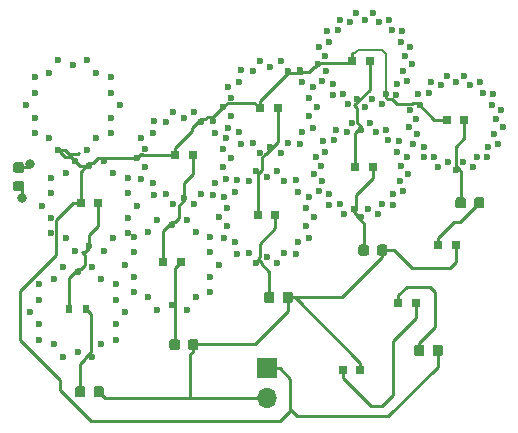
<source format=gtl>
G04 #@! TF.GenerationSoftware,KiCad,Pcbnew,(5.1.0-1548-g3fefe01d2)*
G04 #@! TF.CreationDate,2019-08-20T19:22:30-04:00*
G04 #@! TF.ProjectId,MotorcycleSpeedo,4d6f746f-7263-4796-936c-655370656564,rev?*
G04 #@! TF.SameCoordinates,Original*
G04 #@! TF.FileFunction,Copper,L1,Top*
G04 #@! TF.FilePolarity,Positive*
%FSLAX46Y46*%
G04 Gerber Fmt 4.6, Leading zero omitted, Abs format (unit mm)*
G04 Created by KiCad (PCBNEW (5.1.0-1548-g3fefe01d2)) date 2019-08-20 19:22:30*
%MOMM*%
%LPD*%
G04 APERTURE LIST*
%ADD10C,0.100000*%
%ADD11C,0.875000*%
%ADD12C,0.600000*%
%ADD13R,0.800000X0.800000*%
%ADD14O,1.700000X1.700000*%
%ADD15R,1.700000X1.700000*%
%ADD16R,0.600000X0.800000*%
%ADD17C,0.800000*%
%ADD18C,0.250000*%
%ADD19C,0.160000*%
G04 APERTURE END LIST*
D10*
G36*
X97339962Y-87591651D02*
G01*
X97410930Y-87639070D01*
X97458349Y-87710038D01*
X97475000Y-87793750D01*
X97475000Y-88231250D01*
X97458349Y-88314962D01*
X97410930Y-88385930D01*
X97339962Y-88433349D01*
X97256250Y-88450000D01*
X96743750Y-88450000D01*
X96660038Y-88433349D01*
X96589070Y-88385930D01*
X96541651Y-88314962D01*
X96525000Y-88231250D01*
X96525000Y-87793750D01*
X96541651Y-87710038D01*
X96589070Y-87639070D01*
X96660038Y-87591651D01*
X96743750Y-87575000D01*
X97256250Y-87575000D01*
X97339962Y-87591651D01*
X97339962Y-87591651D01*
G37*
D11*
X97000000Y-88012500D03*
D10*
G36*
X97339962Y-89166651D02*
G01*
X97410930Y-89214070D01*
X97458349Y-89285038D01*
X97475000Y-89368750D01*
X97475000Y-89806250D01*
X97458349Y-89889962D01*
X97410930Y-89960930D01*
X97339962Y-90008349D01*
X97256250Y-90025000D01*
X96743750Y-90025000D01*
X96660038Y-90008349D01*
X96589070Y-89960930D01*
X96541651Y-89889962D01*
X96525000Y-89806250D01*
X96525000Y-89368750D01*
X96541651Y-89285038D01*
X96589070Y-89214070D01*
X96660038Y-89166651D01*
X96743750Y-89150000D01*
X97256250Y-89150000D01*
X97339962Y-89166651D01*
X97339962Y-89166651D01*
G37*
D11*
X97000000Y-89587500D03*
D12*
X99601530Y-85498932D03*
X98366408Y-83798932D03*
X98366408Y-81697616D03*
X99601530Y-79997616D03*
X101600000Y-79348274D03*
X103598470Y-79997616D03*
X104833592Y-81697616D03*
X104833592Y-83798932D03*
X103598470Y-85498932D03*
X100363932Y-86552500D03*
X98363932Y-85099415D03*
X97600000Y-82748274D03*
X98363932Y-80397133D03*
X100363932Y-78944048D03*
X102836068Y-78944048D03*
X104836068Y-80397133D03*
X105600000Y-82748274D03*
X104836068Y-85099415D03*
X102836068Y-86552500D03*
D10*
G36*
X132789962Y-103041651D02*
G01*
X132860930Y-103089070D01*
X132908349Y-103160038D01*
X132925000Y-103243750D01*
X132925000Y-103756250D01*
X132908349Y-103839962D01*
X132860930Y-103910930D01*
X132789962Y-103958349D01*
X132706250Y-103975000D01*
X132268750Y-103975000D01*
X132185038Y-103958349D01*
X132114070Y-103910930D01*
X132066651Y-103839962D01*
X132050000Y-103756250D01*
X132050000Y-103243750D01*
X132066651Y-103160038D01*
X132114070Y-103089070D01*
X132185038Y-103041651D01*
X132268750Y-103025000D01*
X132706250Y-103025000D01*
X132789962Y-103041651D01*
X132789962Y-103041651D01*
G37*
D11*
X132487500Y-103500000D03*
D10*
G36*
X131214962Y-103041651D02*
G01*
X131285930Y-103089070D01*
X131333349Y-103160038D01*
X131350000Y-103243750D01*
X131350000Y-103756250D01*
X131333349Y-103839962D01*
X131285930Y-103910930D01*
X131214962Y-103958349D01*
X131131250Y-103975000D01*
X130693750Y-103975000D01*
X130610038Y-103958349D01*
X130539070Y-103910930D01*
X130491651Y-103839962D01*
X130475000Y-103756250D01*
X130475000Y-103243750D01*
X130491651Y-103160038D01*
X130539070Y-103089070D01*
X130610038Y-103041651D01*
X130693750Y-103025000D01*
X131131250Y-103025000D01*
X131214962Y-103041651D01*
X131214962Y-103041651D01*
G37*
D11*
X130912500Y-103500000D03*
D13*
X134000000Y-94600000D03*
X132500000Y-94600000D03*
X130650000Y-99500000D03*
X129150000Y-99500000D03*
X125950000Y-105200000D03*
X124450000Y-105200000D03*
D14*
X118000000Y-107540000D03*
D15*
X118000000Y-105000000D03*
D10*
G36*
X136302462Y-90541651D02*
G01*
X136373430Y-90589070D01*
X136420849Y-90660038D01*
X136437500Y-90743750D01*
X136437500Y-91256250D01*
X136420849Y-91339962D01*
X136373430Y-91410930D01*
X136302462Y-91458349D01*
X136218750Y-91475000D01*
X135781250Y-91475000D01*
X135697538Y-91458349D01*
X135626570Y-91410930D01*
X135579151Y-91339962D01*
X135562500Y-91256250D01*
X135562500Y-90743750D01*
X135579151Y-90660038D01*
X135626570Y-90589070D01*
X135697538Y-90541651D01*
X135781250Y-90525000D01*
X136218750Y-90525000D01*
X136302462Y-90541651D01*
X136302462Y-90541651D01*
G37*
D11*
X136000000Y-91000000D03*
D10*
G36*
X134727462Y-90541651D02*
G01*
X134798430Y-90589070D01*
X134845849Y-90660038D01*
X134862500Y-90743750D01*
X134862500Y-91256250D01*
X134845849Y-91339962D01*
X134798430Y-91410930D01*
X134727462Y-91458349D01*
X134643750Y-91475000D01*
X134206250Y-91475000D01*
X134122538Y-91458349D01*
X134051570Y-91410930D01*
X134004151Y-91339962D01*
X133987500Y-91256250D01*
X133987500Y-90743750D01*
X134004151Y-90660038D01*
X134051570Y-90589070D01*
X134122538Y-90541651D01*
X134206250Y-90525000D01*
X134643750Y-90525000D01*
X134727462Y-90541651D01*
X134727462Y-90541651D01*
G37*
D11*
X134425000Y-91000000D03*
D10*
G36*
X128089962Y-94541651D02*
G01*
X128160930Y-94589070D01*
X128208349Y-94660038D01*
X128225000Y-94743750D01*
X128225000Y-95256250D01*
X128208349Y-95339962D01*
X128160930Y-95410930D01*
X128089962Y-95458349D01*
X128006250Y-95475000D01*
X127568750Y-95475000D01*
X127485038Y-95458349D01*
X127414070Y-95410930D01*
X127366651Y-95339962D01*
X127350000Y-95256250D01*
X127350000Y-94743750D01*
X127366651Y-94660038D01*
X127414070Y-94589070D01*
X127485038Y-94541651D01*
X127568750Y-94525000D01*
X128006250Y-94525000D01*
X128089962Y-94541651D01*
X128089962Y-94541651D01*
G37*
D11*
X127787500Y-95000000D03*
D10*
G36*
X126514962Y-94541651D02*
G01*
X126585930Y-94589070D01*
X126633349Y-94660038D01*
X126650000Y-94743750D01*
X126650000Y-95256250D01*
X126633349Y-95339962D01*
X126585930Y-95410930D01*
X126514962Y-95458349D01*
X126431250Y-95475000D01*
X125993750Y-95475000D01*
X125910038Y-95458349D01*
X125839070Y-95410930D01*
X125791651Y-95339962D01*
X125775000Y-95256250D01*
X125775000Y-94743750D01*
X125791651Y-94660038D01*
X125839070Y-94589070D01*
X125910038Y-94541651D01*
X125993750Y-94525000D01*
X126431250Y-94525000D01*
X126514962Y-94541651D01*
X126514962Y-94541651D01*
G37*
D11*
X126212500Y-95000000D03*
D10*
G36*
X120089962Y-98541651D02*
G01*
X120160930Y-98589070D01*
X120208349Y-98660038D01*
X120225000Y-98743750D01*
X120225000Y-99256250D01*
X120208349Y-99339962D01*
X120160930Y-99410930D01*
X120089962Y-99458349D01*
X120006250Y-99475000D01*
X119568750Y-99475000D01*
X119485038Y-99458349D01*
X119414070Y-99410930D01*
X119366651Y-99339962D01*
X119350000Y-99256250D01*
X119350000Y-98743750D01*
X119366651Y-98660038D01*
X119414070Y-98589070D01*
X119485038Y-98541651D01*
X119568750Y-98525000D01*
X120006250Y-98525000D01*
X120089962Y-98541651D01*
X120089962Y-98541651D01*
G37*
D11*
X119787500Y-99000000D03*
D10*
G36*
X118514962Y-98541651D02*
G01*
X118585930Y-98589070D01*
X118633349Y-98660038D01*
X118650000Y-98743750D01*
X118650000Y-99256250D01*
X118633349Y-99339962D01*
X118585930Y-99410930D01*
X118514962Y-99458349D01*
X118431250Y-99475000D01*
X117993750Y-99475000D01*
X117910038Y-99458349D01*
X117839070Y-99410930D01*
X117791651Y-99339962D01*
X117775000Y-99256250D01*
X117775000Y-98743750D01*
X117791651Y-98660038D01*
X117839070Y-98589070D01*
X117910038Y-98541651D01*
X117993750Y-98525000D01*
X118431250Y-98525000D01*
X118514962Y-98541651D01*
X118514962Y-98541651D01*
G37*
D11*
X118212500Y-99000000D03*
D10*
G36*
X112089962Y-102541651D02*
G01*
X112160930Y-102589070D01*
X112208349Y-102660038D01*
X112225000Y-102743750D01*
X112225000Y-103256250D01*
X112208349Y-103339962D01*
X112160930Y-103410930D01*
X112089962Y-103458349D01*
X112006250Y-103475000D01*
X111568750Y-103475000D01*
X111485038Y-103458349D01*
X111414070Y-103410930D01*
X111366651Y-103339962D01*
X111350000Y-103256250D01*
X111350000Y-102743750D01*
X111366651Y-102660038D01*
X111414070Y-102589070D01*
X111485038Y-102541651D01*
X111568750Y-102525000D01*
X112006250Y-102525000D01*
X112089962Y-102541651D01*
X112089962Y-102541651D01*
G37*
D11*
X111787500Y-103000000D03*
D10*
G36*
X110514962Y-102541651D02*
G01*
X110585930Y-102589070D01*
X110633349Y-102660038D01*
X110650000Y-102743750D01*
X110650000Y-103256250D01*
X110633349Y-103339962D01*
X110585930Y-103410930D01*
X110514962Y-103458349D01*
X110431250Y-103475000D01*
X109993750Y-103475000D01*
X109910038Y-103458349D01*
X109839070Y-103410930D01*
X109791651Y-103339962D01*
X109775000Y-103256250D01*
X109775000Y-102743750D01*
X109791651Y-102660038D01*
X109839070Y-102589070D01*
X109910038Y-102541651D01*
X109993750Y-102525000D01*
X110431250Y-102525000D01*
X110514962Y-102541651D01*
X110514962Y-102541651D01*
G37*
D11*
X110212500Y-103000000D03*
D10*
G36*
X104089962Y-106541651D02*
G01*
X104160930Y-106589070D01*
X104208349Y-106660038D01*
X104225000Y-106743750D01*
X104225000Y-107256250D01*
X104208349Y-107339962D01*
X104160930Y-107410930D01*
X104089962Y-107458349D01*
X104006250Y-107475000D01*
X103568750Y-107475000D01*
X103485038Y-107458349D01*
X103414070Y-107410930D01*
X103366651Y-107339962D01*
X103350000Y-107256250D01*
X103350000Y-106743750D01*
X103366651Y-106660038D01*
X103414070Y-106589070D01*
X103485038Y-106541651D01*
X103568750Y-106525000D01*
X104006250Y-106525000D01*
X104089962Y-106541651D01*
X104089962Y-106541651D01*
G37*
D11*
X103787500Y-107000000D03*
D10*
G36*
X102514962Y-106541651D02*
G01*
X102585930Y-106589070D01*
X102633349Y-106660038D01*
X102650000Y-106743750D01*
X102650000Y-107256250D01*
X102633349Y-107339962D01*
X102585930Y-107410930D01*
X102514962Y-107458349D01*
X102431250Y-107475000D01*
X101993750Y-107475000D01*
X101910038Y-107458349D01*
X101839070Y-107410930D01*
X101791651Y-107339962D01*
X101775000Y-107256250D01*
X101775000Y-106743750D01*
X101791651Y-106660038D01*
X101839070Y-106589070D01*
X101910038Y-106541651D01*
X101993750Y-106525000D01*
X102431250Y-106525000D01*
X102514962Y-106541651D01*
X102514962Y-106541651D01*
G37*
D11*
X102212500Y-107000000D03*
D13*
X134750000Y-84000000D03*
X133250000Y-84000000D03*
X126750000Y-79000000D03*
X125250000Y-79000000D03*
X127000000Y-88000000D03*
X125500000Y-88000000D03*
X118950000Y-83000000D03*
X117450000Y-83000000D03*
X118750000Y-92000000D03*
X117250000Y-92000000D03*
X111750000Y-87000000D03*
X110250000Y-87000000D03*
X103750000Y-91000000D03*
X102250000Y-91000000D03*
X110750000Y-96000000D03*
X109250000Y-96000000D03*
D16*
X101300000Y-100000000D03*
X102700000Y-100000000D03*
D12*
X133265002Y-80282938D03*
X131894271Y-80813961D03*
X130807931Y-81804291D03*
X130152697Y-83120178D03*
X130017063Y-84583903D03*
X130419347Y-85997783D03*
X131305217Y-87170866D03*
X132555033Y-87944719D03*
X134000000Y-88214830D03*
X135444967Y-87944719D03*
X136694783Y-87170866D03*
X137580653Y-85997783D03*
X137982937Y-84583903D03*
X137847303Y-83120178D03*
X137192069Y-81804291D03*
X136105729Y-80813961D03*
X134734998Y-80282938D03*
X132771778Y-81044424D03*
X131709435Y-81702200D03*
X130956445Y-82699320D03*
X130614504Y-83901118D03*
X130729793Y-85145284D03*
X131286741Y-86263788D03*
X132210131Y-87105568D03*
X133375252Y-87556939D03*
X134624748Y-87556939D03*
X135789869Y-87105568D03*
X136713259Y-86263788D03*
X137270207Y-85145284D03*
X137385496Y-83901118D03*
X137043555Y-82699320D03*
X136290565Y-81702200D03*
X135228222Y-81044424D03*
X134000000Y-80814830D03*
X125565002Y-74968108D03*
X124194271Y-75499131D03*
X123107931Y-76489461D03*
X122452697Y-77805348D03*
X122317063Y-79269073D03*
X122719347Y-80682953D03*
X123605217Y-81856036D03*
X124855033Y-82629889D03*
X126300000Y-82900000D03*
X127744967Y-82629889D03*
X128994783Y-81856036D03*
X129880653Y-80682953D03*
X130282937Y-79269073D03*
X130147303Y-77805348D03*
X129492069Y-76489461D03*
X128405729Y-75499131D03*
X127034998Y-74968108D03*
X125071778Y-75729594D03*
X124009435Y-76387370D03*
X123256445Y-77384490D03*
X122914504Y-78586288D03*
X123029793Y-79830454D03*
X123586741Y-80948958D03*
X124510131Y-81790738D03*
X125675252Y-82242109D03*
X126924748Y-82242109D03*
X128089869Y-81790738D03*
X129013259Y-80948958D03*
X129570207Y-79830454D03*
X129685496Y-78586288D03*
X129343555Y-77384490D03*
X128590565Y-76387370D03*
X127528222Y-75729594D03*
X126300000Y-75500000D03*
X125265002Y-84282938D03*
X123894271Y-84813961D03*
X122807931Y-85804291D03*
X122152697Y-87120178D03*
X122017063Y-88583903D03*
X122419347Y-89997783D03*
X123305217Y-91170866D03*
X124555033Y-91944719D03*
X126000000Y-92214830D03*
X127444967Y-91944719D03*
X128694783Y-91170866D03*
X129580653Y-89997783D03*
X129982937Y-88583903D03*
X129847303Y-87120178D03*
X129192069Y-85804291D03*
X128105729Y-84813961D03*
X126734998Y-84282938D03*
X124771778Y-85044424D03*
X123709435Y-85702200D03*
X122956445Y-86699320D03*
X122614504Y-87901118D03*
X122729793Y-89145284D03*
X123286741Y-90263788D03*
X124210131Y-91105568D03*
X125375252Y-91556939D03*
X126624748Y-91556939D03*
X127789869Y-91105568D03*
X128713259Y-90263788D03*
X129270207Y-89145284D03*
X129385496Y-87901118D03*
X129043555Y-86699320D03*
X128290565Y-85702200D03*
X127228222Y-85044424D03*
X126000000Y-84814830D03*
X117409916Y-79000288D03*
X115806041Y-79772674D03*
X114696125Y-81164465D03*
X114300000Y-82900000D03*
X114696125Y-84635535D03*
X115806041Y-86027326D03*
X117409916Y-86799712D03*
X119190084Y-86799712D03*
X120793959Y-86027326D03*
X121903875Y-84635535D03*
X122300000Y-82900000D03*
X121903875Y-81164465D03*
X120793959Y-79772674D03*
X119190084Y-79000288D03*
X116824795Y-79836706D03*
X115641773Y-80780135D03*
X114985245Y-82143429D03*
X114985245Y-83656571D03*
X115641773Y-85019865D03*
X116824795Y-85963294D03*
X118300000Y-86300000D03*
X119775205Y-85963294D03*
X120958227Y-85019865D03*
X121614755Y-83656571D03*
X121614755Y-82143429D03*
X120958227Y-80780135D03*
X119775205Y-79836706D03*
X118300000Y-79500000D03*
X117109916Y-88324700D03*
X115506041Y-89097086D03*
X114396125Y-90488877D03*
X114000000Y-92224412D03*
X114396125Y-93959947D03*
X115506041Y-95351738D03*
X117109916Y-96124124D03*
X118890084Y-96124124D03*
X120493959Y-95351738D03*
X121603875Y-93959947D03*
X122000000Y-92224412D03*
X121603875Y-90488877D03*
X120493959Y-89097086D03*
X118890084Y-88324700D03*
X116524795Y-89161118D03*
X115341773Y-90104547D03*
X114685245Y-91467841D03*
X114685245Y-92980983D03*
X115341773Y-94344277D03*
X116524795Y-95287706D03*
X118000000Y-95624412D03*
X119475205Y-95287706D03*
X120658227Y-94344277D03*
X121314755Y-92980983D03*
X121314755Y-91467841D03*
X120658227Y-90104547D03*
X119475205Y-89161118D03*
X118000000Y-88824412D03*
X110109916Y-83324700D03*
X108506041Y-84097086D03*
X107396125Y-85488877D03*
X107000000Y-87224412D03*
X107396125Y-88959947D03*
X108506041Y-90351738D03*
X110109916Y-91124124D03*
X111890084Y-91124124D03*
X113493959Y-90351738D03*
X114603875Y-88959947D03*
X115000000Y-87224412D03*
X114603875Y-85488877D03*
X113493959Y-84097086D03*
X111890084Y-83324700D03*
X109524795Y-84161118D03*
X108341773Y-85104547D03*
X107685245Y-86467841D03*
X107685245Y-87980983D03*
X108341773Y-89344277D03*
X109524795Y-90287706D03*
X111000000Y-90624412D03*
X112475205Y-90287706D03*
X113658227Y-89344277D03*
X114314755Y-87980983D03*
X114314755Y-86467841D03*
X113658227Y-85104547D03*
X112475205Y-84161118D03*
X111000000Y-83824412D03*
X108763932Y-92447520D03*
X106763932Y-93900605D03*
X106000000Y-96251746D03*
X106763932Y-98602887D03*
X108763932Y-100055972D03*
X111236068Y-100055972D03*
X113236068Y-98602887D03*
X114000000Y-96251746D03*
X113236068Y-93900605D03*
X111236068Y-92447520D03*
X108001530Y-93501088D03*
X106766408Y-95201088D03*
X106766408Y-97302404D03*
X108001530Y-99002404D03*
X110000000Y-99651746D03*
X111998470Y-99002404D03*
X113233592Y-97302404D03*
X113233592Y-95201088D03*
X111998470Y-93501088D03*
X110000000Y-92851746D03*
X100763932Y-96447520D03*
X98763932Y-97900605D03*
X98000000Y-100251746D03*
X98763932Y-102602887D03*
X100763932Y-104055972D03*
X103236068Y-104055972D03*
X105236068Y-102602887D03*
X106000000Y-100251746D03*
X105236068Y-97900605D03*
X103236068Y-96447520D03*
X100001530Y-97501088D03*
X98766408Y-99201088D03*
X98766408Y-101302404D03*
X100001530Y-103002404D03*
X102000000Y-103651746D03*
X103998470Y-103002404D03*
X105233592Y-101302404D03*
X105233592Y-99201088D03*
X103998470Y-97501088D03*
X102000000Y-96851746D03*
X101763932Y-87447520D03*
X99763932Y-88900605D03*
X99000000Y-91251746D03*
X99763932Y-93602887D03*
X101763932Y-95055972D03*
X104236068Y-95055972D03*
X106236068Y-93602887D03*
X107000000Y-91251746D03*
X106236068Y-88900605D03*
X104236068Y-87447520D03*
X101001530Y-88501088D03*
X99766408Y-90201088D03*
X99766408Y-92302404D03*
X101001530Y-94002404D03*
X103000000Y-94651746D03*
X104998470Y-94002404D03*
X106233592Y-92302404D03*
X106233592Y-90201088D03*
X104998470Y-88501088D03*
X103000000Y-87851746D03*
D17*
X98000000Y-87700000D03*
X97300000Y-90600000D03*
D18*
X102000000Y-86900000D02*
X102100000Y-86800000D01*
X101300000Y-86900000D02*
X102000000Y-86900000D01*
X100952500Y-86552500D02*
X101300000Y-86900000D01*
X100363932Y-86552500D02*
X100952500Y-86552500D01*
X97687500Y-88012500D02*
X98000000Y-87700000D01*
X97000000Y-88012500D02*
X97687500Y-88012500D01*
X97300000Y-90600000D02*
X97300000Y-89887500D01*
X97300000Y-89887500D02*
X97000000Y-89587500D01*
X100952479Y-87147521D02*
X100500000Y-86695042D01*
X101763932Y-87447520D02*
X101463933Y-87147521D01*
X101463933Y-87147521D02*
X100952479Y-87147521D01*
X103000000Y-87851746D02*
X102168158Y-87851746D01*
X102168158Y-87851746D02*
X101763932Y-87447520D01*
D19*
X127800000Y-78100000D02*
X128089869Y-78389869D01*
X128089869Y-78389869D02*
X128089869Y-81790738D01*
X125700000Y-78100000D02*
X127800000Y-78100000D01*
X125450000Y-78350000D02*
X125700000Y-78100000D01*
X125250000Y-78350000D02*
X125450000Y-78350000D01*
D18*
X128116027Y-82127291D02*
X128116027Y-81915159D01*
X128597792Y-82256454D02*
X128245190Y-82256454D01*
X128245190Y-82256454D02*
X128116027Y-82127291D01*
X130304482Y-82684096D02*
X129025434Y-82684096D01*
X129025434Y-82684096D02*
X128597792Y-82256454D01*
X130792377Y-82580464D02*
X130408114Y-82580464D01*
X130408114Y-82580464D02*
X130304482Y-82684096D01*
X133250000Y-84000000D02*
X132211913Y-84000000D01*
X132211913Y-84000000D02*
X130792377Y-82580464D01*
X134000000Y-86300000D02*
X134750000Y-85550000D01*
X134750000Y-85550000D02*
X134750000Y-84000000D01*
X134000000Y-87814830D02*
X134000000Y-86300000D01*
X134313836Y-88202499D02*
X134313836Y-88128666D01*
X134313836Y-88128666D02*
X134000000Y-87814830D01*
X134425000Y-91000000D02*
X134425000Y-88313663D01*
X134425000Y-88313663D02*
X134313836Y-88202499D01*
X133850000Y-92600000D02*
X134400000Y-92600000D01*
X134400000Y-92600000D02*
X136000000Y-91000000D01*
X132500000Y-94600000D02*
X132500000Y-93950000D01*
X132500000Y-93950000D02*
X133850000Y-92600000D01*
X133500000Y-96500000D02*
X134000000Y-96000000D01*
X134000000Y-96000000D02*
X134000000Y-94600000D01*
X130300000Y-96500000D02*
X133500000Y-96500000D01*
X128800000Y-95000000D02*
X130300000Y-96500000D01*
X127787500Y-95000000D02*
X128800000Y-95000000D01*
X120000000Y-108500000D02*
X120000000Y-105900000D01*
X120000000Y-108600000D02*
X120000000Y-108500000D01*
X128300000Y-109100000D02*
X120600000Y-109100000D01*
X120600000Y-109100000D02*
X120000000Y-108500000D01*
X132487500Y-104912500D02*
X128300000Y-109100000D01*
X132487500Y-103500000D02*
X132487500Y-104912500D01*
X132300000Y-101500000D02*
X130912500Y-102887500D01*
X130912500Y-102887500D02*
X130912500Y-103500000D01*
X132300000Y-98600000D02*
X132300000Y-101500000D01*
X131800000Y-98100000D02*
X132300000Y-98600000D01*
X129900000Y-98100000D02*
X131800000Y-98100000D01*
X129150000Y-99500000D02*
X129150000Y-98850000D01*
X129150000Y-98850000D02*
X129900000Y-98100000D01*
X128700000Y-102700000D02*
X130650000Y-100750000D01*
X130650000Y-100750000D02*
X130650000Y-99500000D01*
X128700000Y-107287500D02*
X128700000Y-102700000D01*
X126800000Y-108200000D02*
X127787500Y-108200000D01*
X127787500Y-108200000D02*
X128700000Y-107287500D01*
X124450000Y-105200000D02*
X124450000Y-105850000D01*
X124450000Y-105850000D02*
X126800000Y-108200000D01*
X119787500Y-99000000D02*
X120400000Y-99000000D01*
X120400000Y-99000000D02*
X125950000Y-104550000D01*
X125950000Y-104550000D02*
X125950000Y-105200000D01*
X120000000Y-105900000D02*
X119100000Y-105000000D01*
X119100000Y-105000000D02*
X118000000Y-105000000D01*
X119100000Y-109500000D02*
X120000000Y-108600000D01*
X103100000Y-109500000D02*
X119100000Y-109500000D01*
X100500000Y-106900000D02*
X103100000Y-109500000D01*
X100500000Y-106000000D02*
X100500000Y-106900000D01*
X97100000Y-102600000D02*
X100500000Y-106000000D01*
X97100000Y-98500000D02*
X97100000Y-102600000D01*
X100171573Y-95428427D02*
X97100000Y-98500000D01*
X100171573Y-94080173D02*
X100171573Y-95428427D01*
X102250000Y-91000000D02*
X101600000Y-91000000D01*
X100171573Y-93868041D02*
X100171573Y-94080173D01*
X101600000Y-91000000D02*
X100171573Y-92428427D01*
X100171573Y-92428427D02*
X100171573Y-93868041D01*
X128468629Y-76302369D02*
X128597792Y-76173206D01*
X125250000Y-79000000D02*
X125250000Y-78350000D01*
X125436836Y-82770508D02*
X126750000Y-81457344D01*
X126750000Y-81457344D02*
X126750000Y-79000000D01*
X125686164Y-83202499D02*
X125686164Y-83019836D01*
X125686164Y-83019836D02*
X125436836Y-82770508D01*
X125686164Y-84227161D02*
X125686164Y-83202499D01*
X126000000Y-84614830D02*
X126000000Y-84540997D01*
X126000000Y-84540997D02*
X125686164Y-84227161D01*
X125500000Y-88000000D02*
X125500000Y-85114830D01*
X125500000Y-85114830D02*
X126000000Y-84614830D01*
X125586835Y-90313165D02*
X127000000Y-88900000D01*
X127000000Y-88900000D02*
X127000000Y-88000000D01*
X125436836Y-91770508D02*
X125586835Y-91620509D01*
X125586835Y-91620509D02*
X125586835Y-90313165D01*
X125686164Y-92202499D02*
X125686164Y-92019836D01*
X125686164Y-92019836D02*
X125436836Y-91770508D01*
X126212500Y-95000000D02*
X126212500Y-92728835D01*
X126212500Y-92728835D02*
X125686164Y-92202499D01*
X127787500Y-95000000D02*
X127787500Y-95575000D01*
X127787500Y-95575000D02*
X124362500Y-99000000D01*
X124362500Y-99000000D02*
X120325000Y-99000000D01*
X120325000Y-99000000D02*
X119787500Y-99000000D01*
X122400000Y-79214830D02*
X125035170Y-79214830D01*
X125035170Y-79214830D02*
X125250000Y-79000000D01*
X122012331Y-79528666D02*
X122086164Y-79528666D01*
X122086164Y-79528666D02*
X122400000Y-79214830D01*
X120976522Y-79927421D02*
X121613576Y-79927421D01*
X121613576Y-79927421D02*
X122012331Y-79528666D01*
X120416027Y-79987539D02*
X120916404Y-79987539D01*
X120916404Y-79987539D02*
X120976522Y-79927421D01*
X117450000Y-83000000D02*
X117450000Y-82350000D01*
X117450000Y-82350000D02*
X119812461Y-79987539D01*
X119812461Y-79987539D02*
X120203895Y-79987539D01*
X120203895Y-79987539D02*
X120416027Y-79987539D01*
X118300000Y-86500000D02*
X118950000Y-85850000D01*
X118950000Y-85850000D02*
X118950000Y-83000000D01*
X117881886Y-86878088D02*
X117921912Y-86878088D01*
X117921912Y-86878088D02*
X118300000Y-86500000D01*
X117581886Y-88246324D02*
X117581886Y-87178088D01*
X117581886Y-87178088D02*
X117881886Y-86878088D01*
X117251518Y-88703081D02*
X117251518Y-88576692D01*
X117251518Y-88576692D02*
X117581886Y-88246324D01*
X117250000Y-92000000D02*
X117250000Y-88704599D01*
X117250000Y-88704599D02*
X117251518Y-88703081D01*
X117401517Y-94498483D02*
X118750000Y-93150000D01*
X118750000Y-93150000D02*
X118750000Y-92000000D01*
X117251518Y-95745743D02*
X117401517Y-95595744D01*
X117401517Y-95595744D02*
X117401517Y-94498483D01*
X117581886Y-96202500D02*
X117581886Y-96076111D01*
X117581886Y-96076111D02*
X117251518Y-95745743D01*
X118212500Y-99000000D02*
X118212500Y-96833114D01*
X118212500Y-96833114D02*
X117581886Y-96202500D01*
X119787500Y-100212500D02*
X117000000Y-103000000D01*
X117000000Y-103000000D02*
X111787500Y-103000000D01*
X119787500Y-99000000D02*
X119787500Y-100212500D01*
X114719721Y-82523698D02*
X116973698Y-82523698D01*
X116973698Y-82523698D02*
X117450000Y-83000000D01*
X114300000Y-82900000D02*
X114343419Y-82900000D01*
X114343419Y-82900000D02*
X114719721Y-82523698D01*
X113000000Y-83760310D02*
X113439690Y-83760310D01*
X113439690Y-83760310D02*
X114300000Y-82900000D01*
X112464252Y-83935648D02*
X112824662Y-83935648D01*
X112824662Y-83935648D02*
X113000000Y-83760310D01*
X111700000Y-84900000D02*
X111700000Y-84699900D01*
X111700000Y-84699900D02*
X112464252Y-83935648D01*
X110250000Y-87000000D02*
X110250000Y-86350000D01*
X110250000Y-86350000D02*
X111700000Y-84900000D01*
X111000000Y-89300000D02*
X111750000Y-88550000D01*
X111750000Y-88550000D02*
X111750000Y-87000000D01*
X111000000Y-90824412D02*
X111000000Y-89300000D01*
X110581886Y-91202500D02*
X110621912Y-91202500D01*
X110621912Y-91202500D02*
X111000000Y-90824412D01*
X110625738Y-92300993D02*
X110625738Y-91246352D01*
X110625738Y-91246352D02*
X110581886Y-91202500D01*
X110000000Y-92651746D02*
X110274985Y-92651746D01*
X110274985Y-92651746D02*
X110625738Y-92300993D01*
X109250000Y-96000000D02*
X109250000Y-93401746D01*
X109250000Y-93401746D02*
X110000000Y-92651746D01*
X110212500Y-103000000D02*
X110212500Y-96537500D01*
X110212500Y-96537500D02*
X110750000Y-96000000D01*
X111540000Y-107540000D02*
X104327500Y-107540000D01*
X118000000Y-107540000D02*
X111540000Y-107540000D01*
X111500000Y-103862500D02*
X111500000Y-107500000D01*
X111500000Y-107500000D02*
X111540000Y-107540000D01*
X111787500Y-103000000D02*
X111787500Y-103575000D01*
X111787500Y-103575000D02*
X111500000Y-103862500D01*
X107000000Y-87224412D02*
X103702319Y-87224412D01*
X103702319Y-87224412D02*
X103625738Y-87300993D01*
X107419721Y-86848110D02*
X107376302Y-86848110D01*
X107376302Y-86848110D02*
X107000000Y-87224412D01*
X110250000Y-87000000D02*
X107571611Y-87000000D01*
X107571611Y-87000000D02*
X107419721Y-86848110D01*
X103000000Y-87651746D02*
X103274985Y-87651746D01*
X103274985Y-87651746D02*
X103625738Y-87300993D01*
X102250000Y-91000000D02*
X102250000Y-88401746D01*
X102250000Y-88401746D02*
X103000000Y-87651746D01*
X103000000Y-93700000D02*
X103750000Y-92950000D01*
X103750000Y-92950000D02*
X103750000Y-91000000D01*
X103000000Y-94851746D02*
X103000000Y-93700000D01*
X102374262Y-95202499D02*
X102649247Y-95202499D01*
X102649247Y-95202499D02*
X103000000Y-94851746D01*
X102625738Y-96300993D02*
X102625738Y-95453975D01*
X102625738Y-95453975D02*
X102374262Y-95202499D01*
X102000000Y-96651746D02*
X102274985Y-96651746D01*
X102274985Y-96651746D02*
X102625738Y-96300993D01*
X101300000Y-100000000D02*
X101300000Y-97351746D01*
X101300000Y-97351746D02*
X102000000Y-96651746D01*
X103112461Y-103675549D02*
X103112461Y-100412461D01*
X103112461Y-100412461D02*
X102700000Y-100000000D01*
X102625738Y-104202499D02*
X102625738Y-104162272D01*
X102625738Y-104162272D02*
X103112461Y-103675549D01*
X102212500Y-107000000D02*
X102212500Y-104615737D01*
X102212500Y-104615737D02*
X102625738Y-104202499D01*
X104327500Y-107540000D02*
X103787500Y-107000000D01*
M02*

</source>
